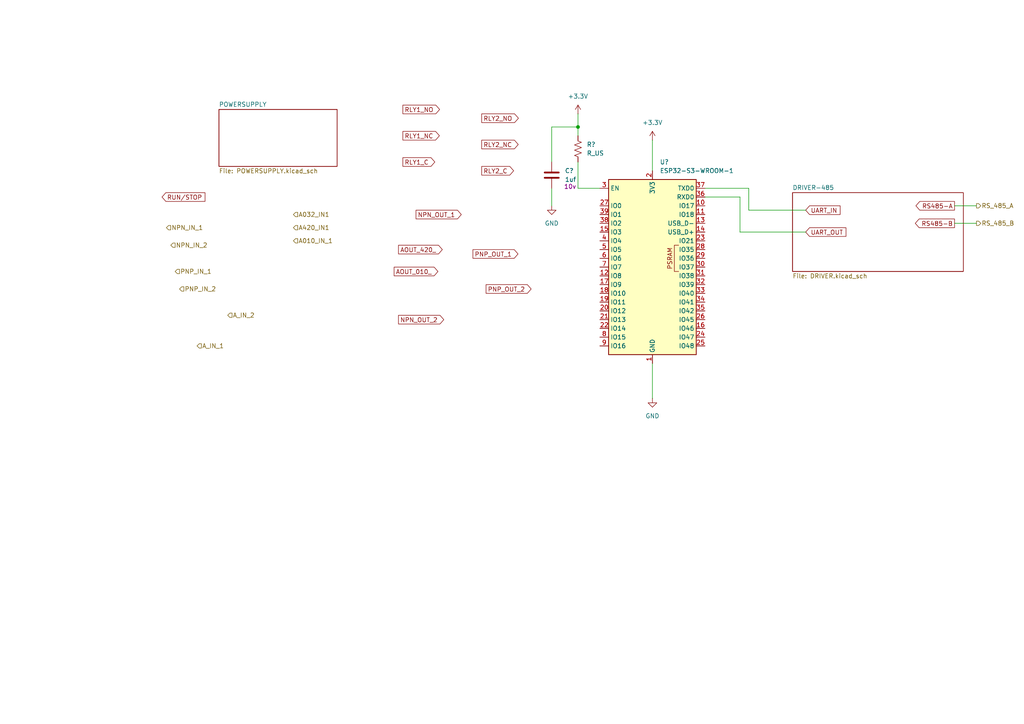
<source format=kicad_sch>
(kicad_sch
	(version 20250114)
	(generator "eeschema")
	(generator_version "9.0")
	(uuid "4eae4fba-61bc-42ae-a153-9457fa6ba7f1")
	(paper "A4")
	(lib_symbols
		(symbol "Device:C"
			(pin_numbers
				(hide yes)
			)
			(pin_names
				(offset 0.254)
			)
			(exclude_from_sim no)
			(in_bom yes)
			(on_board yes)
			(property "Reference" "C"
				(at 0.635 2.54 0)
				(effects
					(font
						(size 1.27 1.27)
					)
					(justify left)
				)
			)
			(property "Value" "C"
				(at 0.635 -2.54 0)
				(effects
					(font
						(size 1.27 1.27)
					)
					(justify left)
				)
			)
			(property "Footprint" ""
				(at 0.9652 -3.81 0)
				(effects
					(font
						(size 1.27 1.27)
					)
					(hide yes)
				)
			)
			(property "Datasheet" "~"
				(at 0 0 0)
				(effects
					(font
						(size 1.27 1.27)
					)
					(hide yes)
				)
			)
			(property "Description" "Unpolarized capacitor"
				(at 0 0 0)
				(effects
					(font
						(size 1.27 1.27)
					)
					(hide yes)
				)
			)
			(property "ki_keywords" "cap capacitor"
				(at 0 0 0)
				(effects
					(font
						(size 1.27 1.27)
					)
					(hide yes)
				)
			)
			(property "ki_fp_filters" "C_*"
				(at 0 0 0)
				(effects
					(font
						(size 1.27 1.27)
					)
					(hide yes)
				)
			)
			(symbol "C_0_1"
				(polyline
					(pts
						(xy -2.032 0.762) (xy 2.032 0.762)
					)
					(stroke
						(width 0.508)
						(type default)
					)
					(fill
						(type none)
					)
				)
				(polyline
					(pts
						(xy -2.032 -0.762) (xy 2.032 -0.762)
					)
					(stroke
						(width 0.508)
						(type default)
					)
					(fill
						(type none)
					)
				)
			)
			(symbol "C_1_1"
				(pin passive line
					(at 0 3.81 270)
					(length 2.794)
					(name "~"
						(effects
							(font
								(size 1.27 1.27)
							)
						)
					)
					(number "1"
						(effects
							(font
								(size 1.27 1.27)
							)
						)
					)
				)
				(pin passive line
					(at 0 -3.81 90)
					(length 2.794)
					(name "~"
						(effects
							(font
								(size 1.27 1.27)
							)
						)
					)
					(number "2"
						(effects
							(font
								(size 1.27 1.27)
							)
						)
					)
				)
			)
			(embedded_fonts no)
		)
		(symbol "Device:R_US"
			(pin_numbers
				(hide yes)
			)
			(pin_names
				(offset 0)
			)
			(exclude_from_sim no)
			(in_bom yes)
			(on_board yes)
			(property "Reference" "R"
				(at 2.54 0 90)
				(effects
					(font
						(size 1.27 1.27)
					)
				)
			)
			(property "Value" "R_US"
				(at -2.54 0 90)
				(effects
					(font
						(size 1.27 1.27)
					)
				)
			)
			(property "Footprint" ""
				(at 1.016 -0.254 90)
				(effects
					(font
						(size 1.27 1.27)
					)
					(hide yes)
				)
			)
			(property "Datasheet" "~"
				(at 0 0 0)
				(effects
					(font
						(size 1.27 1.27)
					)
					(hide yes)
				)
			)
			(property "Description" "Resistor, US symbol"
				(at 0 0 0)
				(effects
					(font
						(size 1.27 1.27)
					)
					(hide yes)
				)
			)
			(property "ki_keywords" "R res resistor"
				(at 0 0 0)
				(effects
					(font
						(size 1.27 1.27)
					)
					(hide yes)
				)
			)
			(property "ki_fp_filters" "R_*"
				(at 0 0 0)
				(effects
					(font
						(size 1.27 1.27)
					)
					(hide yes)
				)
			)
			(symbol "R_US_0_1"
				(polyline
					(pts
						(xy 0 2.286) (xy 0 2.54)
					)
					(stroke
						(width 0)
						(type default)
					)
					(fill
						(type none)
					)
				)
				(polyline
					(pts
						(xy 0 2.286) (xy 1.016 1.905) (xy 0 1.524) (xy -1.016 1.143) (xy 0 0.762)
					)
					(stroke
						(width 0)
						(type default)
					)
					(fill
						(type none)
					)
				)
				(polyline
					(pts
						(xy 0 0.762) (xy 1.016 0.381) (xy 0 0) (xy -1.016 -0.381) (xy 0 -0.762)
					)
					(stroke
						(width 0)
						(type default)
					)
					(fill
						(type none)
					)
				)
				(polyline
					(pts
						(xy 0 -0.762) (xy 1.016 -1.143) (xy 0 -1.524) (xy -1.016 -1.905) (xy 0 -2.286)
					)
					(stroke
						(width 0)
						(type default)
					)
					(fill
						(type none)
					)
				)
				(polyline
					(pts
						(xy 0 -2.286) (xy 0 -2.54)
					)
					(stroke
						(width 0)
						(type default)
					)
					(fill
						(type none)
					)
				)
			)
			(symbol "R_US_1_1"
				(pin passive line
					(at 0 3.81 270)
					(length 1.27)
					(name "~"
						(effects
							(font
								(size 1.27 1.27)
							)
						)
					)
					(number "1"
						(effects
							(font
								(size 1.27 1.27)
							)
						)
					)
				)
				(pin passive line
					(at 0 -3.81 90)
					(length 1.27)
					(name "~"
						(effects
							(font
								(size 1.27 1.27)
							)
						)
					)
					(number "2"
						(effects
							(font
								(size 1.27 1.27)
							)
						)
					)
				)
			)
			(embedded_fonts no)
		)
		(symbol "RF_Module:ESP32-S3-WROOM-1"
			(exclude_from_sim no)
			(in_bom yes)
			(on_board yes)
			(property "Reference" "U"
				(at -12.7 26.67 0)
				(effects
					(font
						(size 1.27 1.27)
					)
				)
			)
			(property "Value" "ESP32-S3-WROOM-1"
				(at 12.7 26.67 0)
				(effects
					(font
						(size 1.27 1.27)
					)
				)
			)
			(property "Footprint" "RF_Module:ESP32-S3-WROOM-1"
				(at 0 2.54 0)
				(effects
					(font
						(size 1.27 1.27)
					)
					(hide yes)
				)
			)
			(property "Datasheet" "https://www.espressif.com/sites/default/files/documentation/esp32-s3-wroom-1_wroom-1u_datasheet_en.pdf"
				(at 0 0 0)
				(effects
					(font
						(size 1.27 1.27)
					)
					(hide yes)
				)
			)
			(property "Description" "RF Module, ESP32-S3 SoC, Wi-Fi 802.11b/g/n, Bluetooth, BLE, 32-bit, 3.3V, onboard antenna, SMD"
				(at 0 0 0)
				(effects
					(font
						(size 1.27 1.27)
					)
					(hide yes)
				)
			)
			(property "ki_keywords" "RF Radio BT ESP ESP32-S3 Espressif onboard PCB antenna"
				(at 0 0 0)
				(effects
					(font
						(size 1.27 1.27)
					)
					(hide yes)
				)
			)
			(property "ki_fp_filters" "ESP32?S3?WROOM?1*"
				(at 0 0 0)
				(effects
					(font
						(size 1.27 1.27)
					)
					(hide yes)
				)
			)
			(symbol "ESP32-S3-WROOM-1_0_0"
				(rectangle
					(start -12.7 25.4)
					(end 12.7 -25.4)
					(stroke
						(width 0.254)
						(type default)
					)
					(fill
						(type background)
					)
				)
				(text "PSRAM"
					(at 5.08 2.54 900)
					(effects
						(font
							(size 1.27 1.27)
						)
					)
				)
			)
			(symbol "ESP32-S3-WROOM-1_0_1"
				(polyline
					(pts
						(xy 7.62 -1.27) (xy 6.35 -1.27) (xy 6.35 6.35) (xy 7.62 6.35)
					)
					(stroke
						(width 0)
						(type default)
					)
					(fill
						(type none)
					)
				)
			)
			(symbol "ESP32-S3-WROOM-1_1_1"
				(pin input line
					(at -15.24 22.86 0)
					(length 2.54)
					(name "EN"
						(effects
							(font
								(size 1.27 1.27)
							)
						)
					)
					(number "3"
						(effects
							(font
								(size 1.27 1.27)
							)
						)
					)
				)
				(pin bidirectional line
					(at -15.24 17.78 0)
					(length 2.54)
					(name "IO0"
						(effects
							(font
								(size 1.27 1.27)
							)
						)
					)
					(number "27"
						(effects
							(font
								(size 1.27 1.27)
							)
						)
					)
				)
				(pin bidirectional line
					(at -15.24 15.24 0)
					(length 2.54)
					(name "IO1"
						(effects
							(font
								(size 1.27 1.27)
							)
						)
					)
					(number "39"
						(effects
							(font
								(size 1.27 1.27)
							)
						)
					)
				)
				(pin bidirectional line
					(at -15.24 12.7 0)
					(length 2.54)
					(name "IO2"
						(effects
							(font
								(size 1.27 1.27)
							)
						)
					)
					(number "38"
						(effects
							(font
								(size 1.27 1.27)
							)
						)
					)
				)
				(pin bidirectional line
					(at -15.24 10.16 0)
					(length 2.54)
					(name "IO3"
						(effects
							(font
								(size 1.27 1.27)
							)
						)
					)
					(number "15"
						(effects
							(font
								(size 1.27 1.27)
							)
						)
					)
				)
				(pin bidirectional line
					(at -15.24 7.62 0)
					(length 2.54)
					(name "IO4"
						(effects
							(font
								(size 1.27 1.27)
							)
						)
					)
					(number "4"
						(effects
							(font
								(size 1.27 1.27)
							)
						)
					)
				)
				(pin bidirectional line
					(at -15.24 5.08 0)
					(length 2.54)
					(name "IO5"
						(effects
							(font
								(size 1.27 1.27)
							)
						)
					)
					(number "5"
						(effects
							(font
								(size 1.27 1.27)
							)
						)
					)
				)
				(pin bidirectional line
					(at -15.24 2.54 0)
					(length 2.54)
					(name "IO6"
						(effects
							(font
								(size 1.27 1.27)
							)
						)
					)
					(number "6"
						(effects
							(font
								(size 1.27 1.27)
							)
						)
					)
				)
				(pin bidirectional line
					(at -15.24 0 0)
					(length 2.54)
					(name "IO7"
						(effects
							(font
								(size 1.27 1.27)
							)
						)
					)
					(number "7"
						(effects
							(font
								(size 1.27 1.27)
							)
						)
					)
				)
				(pin bidirectional line
					(at -15.24 -2.54 0)
					(length 2.54)
					(name "IO8"
						(effects
							(font
								(size 1.27 1.27)
							)
						)
					)
					(number "12"
						(effects
							(font
								(size 1.27 1.27)
							)
						)
					)
				)
				(pin bidirectional line
					(at -15.24 -5.08 0)
					(length 2.54)
					(name "IO9"
						(effects
							(font
								(size 1.27 1.27)
							)
						)
					)
					(number "17"
						(effects
							(font
								(size 1.27 1.27)
							)
						)
					)
				)
				(pin bidirectional line
					(at -15.24 -7.62 0)
					(length 2.54)
					(name "IO10"
						(effects
							(font
								(size 1.27 1.27)
							)
						)
					)
					(number "18"
						(effects
							(font
								(size 1.27 1.27)
							)
						)
					)
				)
				(pin bidirectional line
					(at -15.24 -10.16 0)
					(length 2.54)
					(name "IO11"
						(effects
							(font
								(size 1.27 1.27)
							)
						)
					)
					(number "19"
						(effects
							(font
								(size 1.27 1.27)
							)
						)
					)
				)
				(pin bidirectional line
					(at -15.24 -12.7 0)
					(length 2.54)
					(name "IO12"
						(effects
							(font
								(size 1.27 1.27)
							)
						)
					)
					(number "20"
						(effects
							(font
								(size 1.27 1.27)
							)
						)
					)
				)
				(pin bidirectional line
					(at -15.24 -15.24 0)
					(length 2.54)
					(name "IO13"
						(effects
							(font
								(size 1.27 1.27)
							)
						)
					)
					(number "21"
						(effects
							(font
								(size 1.27 1.27)
							)
						)
					)
				)
				(pin bidirectional line
					(at -15.24 -17.78 0)
					(length 2.54)
					(name "IO14"
						(effects
							(font
								(size 1.27 1.27)
							)
						)
					)
					(number "22"
						(effects
							(font
								(size 1.27 1.27)
							)
						)
					)
				)
				(pin bidirectional line
					(at -15.24 -20.32 0)
					(length 2.54)
					(name "IO15"
						(effects
							(font
								(size 1.27 1.27)
							)
						)
					)
					(number "8"
						(effects
							(font
								(size 1.27 1.27)
							)
						)
					)
				)
				(pin bidirectional line
					(at -15.24 -22.86 0)
					(length 2.54)
					(name "IO16"
						(effects
							(font
								(size 1.27 1.27)
							)
						)
					)
					(number "9"
						(effects
							(font
								(size 1.27 1.27)
							)
						)
					)
				)
				(pin power_in line
					(at 0 27.94 270)
					(length 2.54)
					(name "3V3"
						(effects
							(font
								(size 1.27 1.27)
							)
						)
					)
					(number "2"
						(effects
							(font
								(size 1.27 1.27)
							)
						)
					)
				)
				(pin power_in line
					(at 0 -27.94 90)
					(length 2.54)
					(name "GND"
						(effects
							(font
								(size 1.27 1.27)
							)
						)
					)
					(number "1"
						(effects
							(font
								(size 1.27 1.27)
							)
						)
					)
				)
				(pin passive line
					(at 0 -27.94 90)
					(length 2.54)
					(hide yes)
					(name "GND"
						(effects
							(font
								(size 1.27 1.27)
							)
						)
					)
					(number "40"
						(effects
							(font
								(size 1.27 1.27)
							)
						)
					)
				)
				(pin passive line
					(at 0 -27.94 90)
					(length 2.54)
					(hide yes)
					(name "GND"
						(effects
							(font
								(size 1.27 1.27)
							)
						)
					)
					(number "41"
						(effects
							(font
								(size 1.27 1.27)
							)
						)
					)
				)
				(pin bidirectional line
					(at 15.24 22.86 180)
					(length 2.54)
					(name "TXD0"
						(effects
							(font
								(size 1.27 1.27)
							)
						)
					)
					(number "37"
						(effects
							(font
								(size 1.27 1.27)
							)
						)
					)
				)
				(pin bidirectional line
					(at 15.24 20.32 180)
					(length 2.54)
					(name "RXD0"
						(effects
							(font
								(size 1.27 1.27)
							)
						)
					)
					(number "36"
						(effects
							(font
								(size 1.27 1.27)
							)
						)
					)
				)
				(pin bidirectional line
					(at 15.24 17.78 180)
					(length 2.54)
					(name "IO17"
						(effects
							(font
								(size 1.27 1.27)
							)
						)
					)
					(number "10"
						(effects
							(font
								(size 1.27 1.27)
							)
						)
					)
				)
				(pin bidirectional line
					(at 15.24 15.24 180)
					(length 2.54)
					(name "IO18"
						(effects
							(font
								(size 1.27 1.27)
							)
						)
					)
					(number "11"
						(effects
							(font
								(size 1.27 1.27)
							)
						)
					)
				)
				(pin bidirectional line
					(at 15.24 12.7 180)
					(length 2.54)
					(name "USB_D-"
						(effects
							(font
								(size 1.27 1.27)
							)
						)
					)
					(number "13"
						(effects
							(font
								(size 1.27 1.27)
							)
						)
					)
					(alternate "IO19" bidirectional line)
				)
				(pin bidirectional line
					(at 15.24 10.16 180)
					(length 2.54)
					(name "USB_D+"
						(effects
							(font
								(size 1.27 1.27)
							)
						)
					)
					(number "14"
						(effects
							(font
								(size 1.27 1.27)
							)
						)
					)
					(alternate "IO20" bidirectional line)
				)
				(pin bidirectional line
					(at 15.24 7.62 180)
					(length 2.54)
					(name "IO21"
						(effects
							(font
								(size 1.27 1.27)
							)
						)
					)
					(number "23"
						(effects
							(font
								(size 1.27 1.27)
							)
						)
					)
				)
				(pin bidirectional line
					(at 15.24 5.08 180)
					(length 2.54)
					(name "IO35"
						(effects
							(font
								(size 1.27 1.27)
							)
						)
					)
					(number "28"
						(effects
							(font
								(size 1.27 1.27)
							)
						)
					)
				)
				(pin bidirectional line
					(at 15.24 2.54 180)
					(length 2.54)
					(name "IO36"
						(effects
							(font
								(size 1.27 1.27)
							)
						)
					)
					(number "29"
						(effects
							(font
								(size 1.27 1.27)
							)
						)
					)
				)
				(pin bidirectional line
					(at 15.24 0 180)
					(length 2.54)
					(name "IO37"
						(effects
							(font
								(size 1.27 1.27)
							)
						)
					)
					(number "30"
						(effects
							(font
								(size 1.27 1.27)
							)
						)
					)
				)
				(pin bidirectional line
					(at 15.24 -2.54 180)
					(length 2.54)
					(name "IO38"
						(effects
							(font
								(size 1.27 1.27)
							)
						)
					)
					(number "31"
						(effects
							(font
								(size 1.27 1.27)
							)
						)
					)
				)
				(pin bidirectional line
					(at 15.24 -5.08 180)
					(length 2.54)
					(name "IO39"
						(effects
							(font
								(size 1.27 1.27)
							)
						)
					)
					(number "32"
						(effects
							(font
								(size 1.27 1.27)
							)
						)
					)
				)
				(pin bidirectional line
					(at 15.24 -7.62 180)
					(length 2.54)
					(name "IO40"
						(effects
							(font
								(size 1.27 1.27)
							)
						)
					)
					(number "33"
						(effects
							(font
								(size 1.27 1.27)
							)
						)
					)
				)
				(pin bidirectional line
					(at 15.24 -10.16 180)
					(length 2.54)
					(name "IO41"
						(effects
							(font
								(size 1.27 1.27)
							)
						)
					)
					(number "34"
						(effects
							(font
								(size 1.27 1.27)
							)
						)
					)
				)
				(pin bidirectional line
					(at 15.24 -12.7 180)
					(length 2.54)
					(name "IO42"
						(effects
							(font
								(size 1.27 1.27)
							)
						)
					)
					(number "35"
						(effects
							(font
								(size 1.27 1.27)
							)
						)
					)
				)
				(pin bidirectional line
					(at 15.24 -15.24 180)
					(length 2.54)
					(name "IO45"
						(effects
							(font
								(size 1.27 1.27)
							)
						)
					)
					(number "26"
						(effects
							(font
								(size 1.27 1.27)
							)
						)
					)
				)
				(pin bidirectional line
					(at 15.24 -17.78 180)
					(length 2.54)
					(name "IO46"
						(effects
							(font
								(size 1.27 1.27)
							)
						)
					)
					(number "16"
						(effects
							(font
								(size 1.27 1.27)
							)
						)
					)
				)
				(pin bidirectional line
					(at 15.24 -20.32 180)
					(length 2.54)
					(name "IO47"
						(effects
							(font
								(size 1.27 1.27)
							)
						)
					)
					(number "24"
						(effects
							(font
								(size 1.27 1.27)
							)
						)
					)
				)
				(pin bidirectional line
					(at 15.24 -22.86 180)
					(length 2.54)
					(name "IO48"
						(effects
							(font
								(size 1.27 1.27)
							)
						)
					)
					(number "25"
						(effects
							(font
								(size 1.27 1.27)
							)
						)
					)
				)
			)
			(embedded_fonts no)
		)
		(symbol "power:+3.3V"
			(power)
			(pin_numbers
				(hide yes)
			)
			(pin_names
				(offset 0)
				(hide yes)
			)
			(exclude_from_sim no)
			(in_bom yes)
			(on_board yes)
			(property "Reference" "#PWR"
				(at 0 -3.81 0)
				(effects
					(font
						(size 1.27 1.27)
					)
					(hide yes)
				)
			)
			(property "Value" "+3.3V"
				(at 0 3.556 0)
				(effects
					(font
						(size 1.27 1.27)
					)
				)
			)
			(property "Footprint" ""
				(at 0 0 0)
				(effects
					(font
						(size 1.27 1.27)
					)
					(hide yes)
				)
			)
			(property "Datasheet" ""
				(at 0 0 0)
				(effects
					(font
						(size 1.27 1.27)
					)
					(hide yes)
				)
			)
			(property "Description" "Power symbol creates a global label with name \"+3.3V\""
				(at 0 0 0)
				(effects
					(font
						(size 1.27 1.27)
					)
					(hide yes)
				)
			)
			(property "ki_keywords" "global power"
				(at 0 0 0)
				(effects
					(font
						(size 1.27 1.27)
					)
					(hide yes)
				)
			)
			(symbol "+3.3V_0_1"
				(polyline
					(pts
						(xy -0.762 1.27) (xy 0 2.54)
					)
					(stroke
						(width 0)
						(type default)
					)
					(fill
						(type none)
					)
				)
				(polyline
					(pts
						(xy 0 2.54) (xy 0.762 1.27)
					)
					(stroke
						(width 0)
						(type default)
					)
					(fill
						(type none)
					)
				)
				(polyline
					(pts
						(xy 0 0) (xy 0 2.54)
					)
					(stroke
						(width 0)
						(type default)
					)
					(fill
						(type none)
					)
				)
			)
			(symbol "+3.3V_1_1"
				(pin power_in line
					(at 0 0 90)
					(length 0)
					(name "~"
						(effects
							(font
								(size 1.27 1.27)
							)
						)
					)
					(number "1"
						(effects
							(font
								(size 1.27 1.27)
							)
						)
					)
				)
			)
			(embedded_fonts no)
		)
		(symbol "power:GND"
			(power)
			(pin_numbers
				(hide yes)
			)
			(pin_names
				(offset 0)
				(hide yes)
			)
			(exclude_from_sim no)
			(in_bom yes)
			(on_board yes)
			(property "Reference" "#PWR"
				(at 0 -6.35 0)
				(effects
					(font
						(size 1.27 1.27)
					)
					(hide yes)
				)
			)
			(property "Value" "GND"
				(at 0 -3.81 0)
				(effects
					(font
						(size 1.27 1.27)
					)
				)
			)
			(property "Footprint" ""
				(at 0 0 0)
				(effects
					(font
						(size 1.27 1.27)
					)
					(hide yes)
				)
			)
			(property "Datasheet" ""
				(at 0 0 0)
				(effects
					(font
						(size 1.27 1.27)
					)
					(hide yes)
				)
			)
			(property "Description" "Power symbol creates a global label with name \"GND\" , ground"
				(at 0 0 0)
				(effects
					(font
						(size 1.27 1.27)
					)
					(hide yes)
				)
			)
			(property "ki_keywords" "global power"
				(at 0 0 0)
				(effects
					(font
						(size 1.27 1.27)
					)
					(hide yes)
				)
			)
			(symbol "GND_0_1"
				(polyline
					(pts
						(xy 0 0) (xy 0 -1.27) (xy 1.27 -1.27) (xy 0 -2.54) (xy -1.27 -1.27) (xy 0 -1.27)
					)
					(stroke
						(width 0)
						(type default)
					)
					(fill
						(type none)
					)
				)
			)
			(symbol "GND_1_1"
				(pin power_in line
					(at 0 0 270)
					(length 0)
					(name "~"
						(effects
							(font
								(size 1.27 1.27)
							)
						)
					)
					(number "1"
						(effects
							(font
								(size 1.27 1.27)
							)
						)
					)
				)
			)
			(embedded_fonts no)
		)
	)
	(junction
		(at 167.64 36.83)
		(diameter 0)
		(color 0 0 0 0)
		(uuid "b8273fd1-fb45-4b35-887e-23b59825adc9")
	)
	(wire
		(pts
			(xy 167.64 33.02) (xy 167.64 36.83)
		)
		(stroke
			(width 0)
			(type default)
		)
		(uuid "00cba093-377a-4f89-9dc7-9faf3e003336")
	)
	(wire
		(pts
			(xy 204.47 57.15) (xy 214.63 57.15)
		)
		(stroke
			(width 0)
			(type default)
		)
		(uuid "0938298a-6d9a-4fac-a5e7-26e2c3a2ff81")
	)
	(wire
		(pts
			(xy 167.64 54.61) (xy 173.99 54.61)
		)
		(stroke
			(width 0)
			(type default)
		)
		(uuid "229cb96b-880b-4724-9cc1-8477b440abac")
	)
	(wire
		(pts
			(xy 276.86 59.69) (xy 283.21 59.69)
		)
		(stroke
			(width 0)
			(type default)
		)
		(uuid "3685cae2-b910-4393-9a89-a562028ddd23")
	)
	(wire
		(pts
			(xy 214.63 57.15) (xy 214.63 67.31)
		)
		(stroke
			(width 0)
			(type default)
		)
		(uuid "36ec50ef-52b2-4acb-bd2f-c46c0a098e99")
	)
	(wire
		(pts
			(xy 160.02 36.83) (xy 167.64 36.83)
		)
		(stroke
			(width 0)
			(type default)
		)
		(uuid "4f718b0a-4e70-485c-a5a5-37f7a803d83f")
	)
	(wire
		(pts
			(xy 214.63 67.31) (xy 233.68 67.31)
		)
		(stroke
			(width 0)
			(type default)
		)
		(uuid "63b9fe8d-5d2e-4bd3-ae65-3177f416a22a")
	)
	(wire
		(pts
			(xy 217.17 60.96) (xy 233.68 60.96)
		)
		(stroke
			(width 0)
			(type default)
		)
		(uuid "68f5207e-8553-42a0-85e9-8e6ac5c191a5")
	)
	(wire
		(pts
			(xy 167.64 36.83) (xy 167.64 39.37)
		)
		(stroke
			(width 0)
			(type default)
		)
		(uuid "8e553a17-5ff1-4ff3-bd0a-b6c9617ee1d7")
	)
	(wire
		(pts
			(xy 160.02 46.99) (xy 160.02 36.83)
		)
		(stroke
			(width 0)
			(type default)
		)
		(uuid "924830aa-78c8-4651-b70f-f0165d62dcf3")
	)
	(wire
		(pts
			(xy 204.47 54.61) (xy 217.17 54.61)
		)
		(stroke
			(width 0)
			(type default)
		)
		(uuid "93ab13b7-a649-4e45-90f8-6965124e36f4")
	)
	(wire
		(pts
			(xy 167.64 46.99) (xy 167.64 54.61)
		)
		(stroke
			(width 0)
			(type default)
		)
		(uuid "a90c97ee-3238-4194-ba9a-65102ce9db14")
	)
	(wire
		(pts
			(xy 217.17 54.61) (xy 217.17 60.96)
		)
		(stroke
			(width 0)
			(type default)
		)
		(uuid "c5b4c1d0-aea5-4bde-92fe-6ed44ee1043d")
	)
	(wire
		(pts
			(xy 276.86 64.77) (xy 283.21 64.77)
		)
		(stroke
			(width 0)
			(type default)
		)
		(uuid "d620e2e9-4279-44aa-bebe-486b3e693d99")
	)
	(wire
		(pts
			(xy 160.02 54.61) (xy 160.02 59.69)
		)
		(stroke
			(width 0)
			(type default)
		)
		(uuid "e8bfad68-f411-4ac0-b38f-150cf72618ee")
	)
	(wire
		(pts
			(xy 189.23 40.64) (xy 189.23 49.53)
		)
		(stroke
			(width 0)
			(type default)
		)
		(uuid "f3abfe1a-014a-4f5b-82e4-5a421ebfb98c")
	)
	(wire
		(pts
			(xy 189.23 105.41) (xy 189.23 115.57)
		)
		(stroke
			(width 0)
			(type default)
		)
		(uuid "f476117a-ec3e-4eee-800d-61bf6a928fec")
	)
	(global_label "AOUT_010_"
		(shape output)
		(at 114.3 78.74 0)
		(fields_autoplaced yes)
		(effects
			(font
				(size 1.27 1.27)
			)
			(justify left)
		)
		(uuid "0477435f-0eec-4f9a-a0da-f85b61b40945")
		(property "Intersheetrefs" "${INTERSHEET_REFS}"
			(at 127.5661 78.74 0)
			(effects
				(font
					(size 1.27 1.27)
				)
				(justify left)
				(hide yes)
			)
		)
	)
	(global_label "AOUT_420_"
		(shape output)
		(at 115.57 72.39 0)
		(fields_autoplaced yes)
		(effects
			(font
				(size 1.27 1.27)
			)
			(justify left)
		)
		(uuid "1e5ad20f-99bd-4c8f-b096-e4c0c9ff98d7")
		(property "Intersheetrefs" "${INTERSHEET_REFS}"
			(at 128.8361 72.39 0)
			(effects
				(font
					(size 1.27 1.27)
				)
				(justify left)
				(hide yes)
			)
		)
	)
	(global_label "RS485-A"
		(shape output)
		(at 276.86 59.69 180)
		(fields_autoplaced yes)
		(effects
			(font
				(size 1.27 1.27)
			)
			(justify right)
		)
		(uuid "32045c8e-fd7e-44cc-b269-48ade705fe18")
		(property "Intersheetrefs" "${INTERSHEET_REFS}"
			(at 265.1058 59.69 0)
			(effects
				(font
					(size 1.27 1.27)
				)
				(justify right)
				(hide yes)
			)
		)
	)
	(global_label "RLY1_C"
		(shape output)
		(at 116.84 46.99 0)
		(fields_autoplaced yes)
		(effects
			(font
				(size 1.27 1.27)
			)
			(justify left)
		)
		(uuid "32608d0d-47d5-478c-89e1-3393b287ef2d")
		(property "Intersheetrefs" "${INTERSHEET_REFS}"
			(at 126.659 46.99 0)
			(effects
				(font
					(size 1.27 1.27)
				)
				(justify left)
				(hide yes)
			)
		)
	)
	(global_label "UART_IN"
		(shape input)
		(at 233.68 60.96 0)
		(fields_autoplaced yes)
		(effects
			(font
				(size 1.27 1.27)
			)
			(justify left)
		)
		(uuid "39a19009-73c0-41f8-91ac-fa3028807ecf")
		(property "Intersheetrefs" "${INTERSHEET_REFS}"
			(at 244.2248 60.96 0)
			(effects
				(font
					(size 1.27 1.27)
				)
				(justify left)
				(hide yes)
			)
		)
	)
	(global_label "NPN_OUT_2"
		(shape output)
		(at 115.57 92.71 0)
		(fields_autoplaced yes)
		(effects
			(font
				(size 1.27 1.27)
			)
			(justify left)
		)
		(uuid "4ac59d58-09e6-4cce-8c24-4f17dcce5b54")
		(property "Intersheetrefs" "${INTERSHEET_REFS}"
			(at 129.2595 92.71 0)
			(effects
				(font
					(size 1.27 1.27)
				)
				(justify left)
				(hide yes)
			)
		)
	)
	(global_label "RUN{slash}STOP"
		(shape input)
		(at 46.99 57.15 0)
		(fields_autoplaced yes)
		(effects
			(font
				(size 1.27 1.27)
			)
			(justify left)
		)
		(uuid "4f38d69e-3b31-4e6b-9e2b-f63026fa12ae")
		(property "Intersheetrefs" "${INTERSHEET_REFS}"
			(at 60.0143 57.15 0)
			(effects
				(font
					(size 1.27 1.27)
				)
				(justify left)
				(hide yes)
			)
		)
	)
	(global_label "RS485-B"
		(shape output)
		(at 276.86 64.77 180)
		(fields_autoplaced yes)
		(effects
			(font
				(size 1.27 1.27)
			)
			(justify right)
		)
		(uuid "5a17e1f6-30f3-4e2d-94df-92cd4a130915")
		(property "Intersheetrefs" "${INTERSHEET_REFS}"
			(at 264.9244 64.77 0)
			(effects
				(font
					(size 1.27 1.27)
				)
				(justify right)
				(hide yes)
			)
		)
	)
	(global_label "RLY1_NC"
		(shape output)
		(at 116.84 39.37 0)
		(fields_autoplaced yes)
		(effects
			(font
				(size 1.27 1.27)
			)
			(justify left)
		)
		(uuid "8523bd8c-d4c1-49c5-80f8-1f90bc055267")
		(property "Intersheetrefs" "${INTERSHEET_REFS}"
			(at 127.9895 39.37 0)
			(effects
				(font
					(size 1.27 1.27)
				)
				(justify left)
				(hide yes)
			)
		)
	)
	(global_label "RLY1_NO"
		(shape output)
		(at 116.84 31.75 0)
		(fields_autoplaced yes)
		(effects
			(font
				(size 1.27 1.27)
			)
			(justify left)
		)
		(uuid "870d8f7b-63b3-40da-9fa5-24b51a6cb468")
		(property "Intersheetrefs" "${INTERSHEET_REFS}"
			(at 128.05 31.75 0)
			(effects
				(font
					(size 1.27 1.27)
				)
				(justify left)
				(hide yes)
			)
		)
	)
	(global_label "PNP_OUT_1"
		(shape output)
		(at 137.16 73.66 0)
		(fields_autoplaced yes)
		(effects
			(font
				(size 1.27 1.27)
			)
			(justify left)
		)
		(uuid "89300d2a-7146-4534-89e1-63b974b5e547")
		(property "Intersheetrefs" "${INTERSHEET_REFS}"
			(at 150.789 73.66 0)
			(effects
				(font
					(size 1.27 1.27)
				)
				(justify left)
				(hide yes)
			)
		)
	)
	(global_label "UART_OUT"
		(shape input)
		(at 233.68 67.31 0)
		(fields_autoplaced yes)
		(effects
			(font
				(size 1.27 1.27)
			)
			(justify left)
		)
		(uuid "a9a812b0-bc3c-46b1-b102-4c7f87fcf1cd")
		(property "Intersheetrefs" "${INTERSHEET_REFS}"
			(at 245.9181 67.31 0)
			(effects
				(font
					(size 1.27 1.27)
				)
				(justify left)
				(hide yes)
			)
		)
	)
	(global_label "RLY2_C"
		(shape output)
		(at 139.7 49.53 0)
		(fields_autoplaced yes)
		(effects
			(font
				(size 1.27 1.27)
			)
			(justify left)
		)
		(uuid "c4af0c61-bbb7-4751-9c72-8d12205a41e0")
		(property "Intersheetrefs" "${INTERSHEET_REFS}"
			(at 149.519 49.53 0)
			(effects
				(font
					(size 1.27 1.27)
				)
				(justify left)
				(hide yes)
			)
		)
	)
	(global_label "NPN_OUT_1"
		(shape output)
		(at 120.65 62.23 0)
		(fields_autoplaced yes)
		(effects
			(font
				(size 1.27 1.27)
			)
			(justify left)
		)
		(uuid "c721b1a7-e3a6-43c6-92b9-0c820cfee337")
		(property "Intersheetrefs" "${INTERSHEET_REFS}"
			(at 134.3395 62.23 0)
			(effects
				(font
					(size 1.27 1.27)
				)
				(justify left)
				(hide yes)
			)
		)
	)
	(global_label "RLY2_NO"
		(shape output)
		(at 139.7 34.29 0)
		(fields_autoplaced yes)
		(effects
			(font
				(size 1.27 1.27)
			)
			(justify left)
		)
		(uuid "dc1157bc-2ebe-4234-a0e5-2a8016af691d")
		(property "Intersheetrefs" "${INTERSHEET_REFS}"
			(at 150.91 34.29 0)
			(effects
				(font
					(size 1.27 1.27)
				)
				(justify left)
				(hide yes)
			)
		)
	)
	(global_label "PNP_OUT_2"
		(shape output)
		(at 140.97 83.82 0)
		(fields_autoplaced yes)
		(effects
			(font
				(size 1.27 1.27)
			)
			(justify left)
		)
		(uuid "e1d53a80-dd28-4768-9657-180e9369ad28")
		(property "Intersheetrefs" "${INTERSHEET_REFS}"
			(at 154.599 83.82 0)
			(effects
				(font
					(size 1.27 1.27)
				)
				(justify left)
				(hide yes)
			)
		)
	)
	(global_label "RLY2_NC"
		(shape output)
		(at 139.7 41.91 0)
		(fields_autoplaced yes)
		(effects
			(font
				(size 1.27 1.27)
			)
			(justify left)
		)
		(uuid "ed4b0c64-8200-4ba9-b8c6-d9c8472610f1")
		(property "Intersheetrefs" "${INTERSHEET_REFS}"
			(at 150.8495 41.91 0)
			(effects
				(font
					(size 1.27 1.27)
				)
				(justify left)
				(hide yes)
			)
		)
	)
	(hierarchical_label "A_IN_2"
		(shape input)
		(at 66.04 91.44 0)
		(effects
			(font
				(size 1.27 1.27)
			)
			(justify left)
		)
		(uuid "4255224e-cd37-4342-a817-9fd23342e7a3")
	)
	(hierarchical_label "RS_485_B"
		(shape output)
		(at 283.21 64.77 0)
		(effects
			(font
				(size 1.27 1.27)
			)
			(justify left)
		)
		(uuid "46aed295-291d-4a30-8ea7-eae8a525cb5c")
	)
	(hierarchical_label "NPN_IN_2"
		(shape input)
		(at 49.53 71.12 0)
		(effects
			(font
				(size 1.27 1.27)
			)
			(justify left)
		)
		(uuid "4ca1bd10-8818-4f5a-a044-ff13104b3729")
	)
	(hierarchical_label "PNP_IN_2"
		(shape input)
		(at 52.07 83.82 0)
		(effects
			(font
				(size 1.27 1.27)
			)
			(justify left)
		)
		(uuid "706262a3-aed9-49e4-b6f8-c5eaccb40eac")
	)
	(hierarchical_label "A_IN_1"
		(shape input)
		(at 57.15 100.33 0)
		(effects
			(font
				(size 1.27 1.27)
			)
			(justify left)
		)
		(uuid "8333bb96-cd8d-45ea-91e1-5e42886fbaf1")
	)
	(hierarchical_label "A010_IN_1"
		(shape input)
		(at 85.09 69.85 0)
		(effects
			(font
				(size 1.27 1.27)
			)
			(justify left)
		)
		(uuid "a7fe14a5-30b0-492d-9de4-78201e792aae")
	)
	(hierarchical_label "NPN_IN_1"
		(shape input)
		(at 48.26 66.04 0)
		(effects
			(font
				(size 1.27 1.27)
			)
			(justify left)
		)
		(uuid "ade9faf8-92e8-4e24-9ab3-34de3da97d7e")
	)
	(hierarchical_label "PNP_IN_1"
		(shape input)
		(at 50.8 78.74 0)
		(effects
			(font
				(size 1.27 1.27)
			)
			(justify left)
		)
		(uuid "c02b3d82-69c4-4182-af1f-0e0da95d236a")
	)
	(hierarchical_label "A420_IN1"
		(shape input)
		(at 85.09 66.04 0)
		(effects
			(font
				(size 1.27 1.27)
			)
			(justify left)
		)
		(uuid "c033180b-2658-4d07-af52-ee77ef5f4eeb")
	)
	(hierarchical_label "RS_485_A"
		(shape output)
		(at 283.21 59.69 0)
		(effects
			(font
				(size 1.27 1.27)
			)
			(justify left)
		)
		(uuid "de483159-78c6-457b-a2ef-696cd7c073ba")
	)
	(hierarchical_label "A032_IN1"
		(shape input)
		(at 85.09 62.23 0)
		(effects
			(font
				(size 1.27 1.27)
			)
			(justify left)
		)
		(uuid "f298c085-1221-4608-b0f0-7918ee6b6856")
	)
	(symbol
		(lib_id "power:GND")
		(at 189.23 115.57 0)
		(unit 1)
		(exclude_from_sim no)
		(in_bom yes)
		(on_board yes)
		(dnp no)
		(fields_autoplaced yes)
		(uuid "43a41b66-be15-426d-a80a-49439a56daaf")
		(property "Reference" "#PWR?"
			(at 189.23 121.92 0)
			(effects
				(font
					(size 1.27 1.27)
				)
				(hide yes)
			)
		)
		(property "Value" "GND"
			(at 189.23 120.65 0)
			(effects
				(font
					(size 1.27 1.27)
				)
			)
		)
		(property "Footprint" ""
			(at 189.23 115.57 0)
			(effects
				(font
					(size 1.27 1.27)
				)
				(hide yes)
			)
		)
		(property "Datasheet" ""
			(at 189.23 115.57 0)
			(effects
				(font
					(size 1.27 1.27)
				)
				(hide yes)
			)
		)
		(property "Description" "Power symbol creates a global label with name \"GND\" , ground"
			(at 189.23 115.57 0)
			(effects
				(font
					(size 1.27 1.27)
				)
				(hide yes)
			)
		)
		(pin "1"
			(uuid "5c0249ee-e772-41b5-b8f6-50bb33029833")
		)
		(instances
			(project "NIVARA PROJECT"
				(path "/dc6fb271-dfd0-4448-98f1-862b1cc93a80/2ca62569-d560-4cca-9470-52fd378086ae"
					(reference "#PWR?")
					(unit 1)
				)
			)
		)
	)
	(symbol
		(lib_id "power:+3.3V")
		(at 189.23 40.64 0)
		(unit 1)
		(exclude_from_sim no)
		(in_bom yes)
		(on_board yes)
		(dnp no)
		(fields_autoplaced yes)
		(uuid "4c7f119d-97a7-498f-8834-97e15835820a")
		(property "Reference" "#PWR?"
			(at 189.23 44.45 0)
			(effects
				(font
					(size 1.27 1.27)
				)
				(hide yes)
			)
		)
		(property "Value" "+3.3V"
			(at 189.23 35.56 0)
			(effects
				(font
					(size 1.27 1.27)
				)
			)
		)
		(property "Footprint" ""
			(at 189.23 40.64 0)
			(effects
				(font
					(size 1.27 1.27)
				)
				(hide yes)
			)
		)
		(property "Datasheet" ""
			(at 189.23 40.64 0)
			(effects
				(font
					(size 1.27 1.27)
				)
				(hide yes)
			)
		)
		(property "Description" "Power symbol creates a global label with name \"+3.3V\""
			(at 189.23 40.64 0)
			(effects
				(font
					(size 1.27 1.27)
				)
				(hide yes)
			)
		)
		(pin "1"
			(uuid "e0a86121-4e62-482e-9d3d-6299641a5ee8")
		)
		(instances
			(project "NIVARA PROJECT"
				(path "/dc6fb271-dfd0-4448-98f1-862b1cc93a80/2ca62569-d560-4cca-9470-52fd378086ae"
					(reference "#PWR?")
					(unit 1)
				)
			)
		)
	)
	(symbol
		(lib_id "Device:C")
		(at 160.02 50.8 0)
		(unit 1)
		(exclude_from_sim no)
		(in_bom yes)
		(on_board yes)
		(dnp no)
		(uuid "8c3b2b8d-2e26-4e08-a5d2-c74caeaa4681")
		(property "Reference" "C?"
			(at 163.83 49.5299 0)
			(effects
				(font
					(size 1.27 1.27)
				)
				(justify left)
			)
		)
		(property "Value" "1uf"
			(at 163.83 52.0699 0)
			(effects
				(font
					(size 1.27 1.27)
				)
				(justify left)
			)
		)
		(property "Footprint" ""
			(at 160.9852 54.61 0)
			(effects
				(font
					(size 1.27 1.27)
				)
				(hide yes)
			)
		)
		(property "Datasheet" "~"
			(at 160.02 50.8 0)
			(effects
				(font
					(size 1.27 1.27)
				)
				(hide yes)
			)
		)
		(property "Description" "Unpolarized capacitor"
			(at 160.02 50.8 0)
			(effects
				(font
					(size 1.27 1.27)
				)
				(hide yes)
			)
		)
		(property "vol" "10v"
			(at 165.354 54.102 0)
			(effects
				(font
					(size 1.27 1.27)
				)
			)
		)
		(pin "2"
			(uuid "b201e467-3faa-40c6-8193-6c16e66416b5")
		)
		(pin "1"
			(uuid "82bbfd1c-4f49-4ae6-b017-f8a48535e70b")
		)
		(instances
			(project "NIVARA PROJECT"
				(path "/dc6fb271-dfd0-4448-98f1-862b1cc93a80/2ca62569-d560-4cca-9470-52fd378086ae"
					(reference "C?")
					(unit 1)
				)
			)
		)
	)
	(symbol
		(lib_id "Device:R_US")
		(at 167.64 43.18 0)
		(unit 1)
		(exclude_from_sim no)
		(in_bom yes)
		(on_board yes)
		(dnp no)
		(fields_autoplaced yes)
		(uuid "b4be5991-908b-486f-8025-9e5e498b1905")
		(property "Reference" "R?"
			(at 170.18 41.9099 0)
			(effects
				(font
					(size 1.27 1.27)
				)
				(justify left)
			)
		)
		(property "Value" "R_US"
			(at 170.18 44.4499 0)
			(effects
				(font
					(size 1.27 1.27)
				)
				(justify left)
			)
		)
		(property "Footprint" ""
			(at 168.656 43.434 90)
			(effects
				(font
					(size 1.27 1.27)
				)
				(hide yes)
			)
		)
		(property "Datasheet" "~"
			(at 167.64 43.18 0)
			(effects
				(font
					(size 1.27 1.27)
				)
				(hide yes)
			)
		)
		(property "Description" "Resistor, US symbol"
			(at 167.64 43.18 0)
			(effects
				(font
					(size 1.27 1.27)
				)
				(hide yes)
			)
		)
		(pin "2"
			(uuid "c9d17e76-ad0c-456b-af7c-19629d836de5")
		)
		(pin "1"
			(uuid "cc4e9f80-429b-4ea5-a784-641ef2f92552")
		)
		(instances
			(project "NIVARA PROJECT"
				(path "/dc6fb271-dfd0-4448-98f1-862b1cc93a80/2ca62569-d560-4cca-9470-52fd378086ae"
					(reference "R?")
					(unit 1)
				)
			)
		)
	)
	(symbol
		(lib_id "power:GND")
		(at 160.02 59.69 0)
		(unit 1)
		(exclude_from_sim no)
		(in_bom yes)
		(on_board yes)
		(dnp no)
		(fields_autoplaced yes)
		(uuid "c24aa759-e524-4d4f-877b-06a610a4cc25")
		(property "Reference" "#PWR?"
			(at 160.02 66.04 0)
			(effects
				(font
					(size 1.27 1.27)
				)
				(hide yes)
			)
		)
		(property "Value" "GND"
			(at 160.02 64.77 0)
			(effects
				(font
					(size 1.27 1.27)
				)
			)
		)
		(property "Footprint" ""
			(at 160.02 59.69 0)
			(effects
				(font
					(size 1.27 1.27)
				)
				(hide yes)
			)
		)
		(property "Datasheet" ""
			(at 160.02 59.69 0)
			(effects
				(font
					(size 1.27 1.27)
				)
				(hide yes)
			)
		)
		(property "Description" "Power symbol creates a global label with name \"GND\" , ground"
			(at 160.02 59.69 0)
			(effects
				(font
					(size 1.27 1.27)
				)
				(hide yes)
			)
		)
		(pin "1"
			(uuid "56b51ec5-5623-4461-93b5-2ffbdedff320")
		)
		(instances
			(project "NIVARA PROJECT"
				(path "/dc6fb271-dfd0-4448-98f1-862b1cc93a80/2ca62569-d560-4cca-9470-52fd378086ae"
					(reference "#PWR?")
					(unit 1)
				)
			)
		)
	)
	(symbol
		(lib_id "power:+3.3V")
		(at 167.64 33.02 0)
		(unit 1)
		(exclude_from_sim no)
		(in_bom yes)
		(on_board yes)
		(dnp no)
		(fields_autoplaced yes)
		(uuid "e388b6ee-ef40-492e-b2d5-ccc52d249127")
		(property "Reference" "#PWR?"
			(at 167.64 36.83 0)
			(effects
				(font
					(size 1.27 1.27)
				)
				(hide yes)
			)
		)
		(property "Value" "+3.3V"
			(at 167.64 27.94 0)
			(effects
				(font
					(size 1.27 1.27)
				)
			)
		)
		(property "Footprint" ""
			(at 167.64 33.02 0)
			(effects
				(font
					(size 1.27 1.27)
				)
				(hide yes)
			)
		)
		(property "Datasheet" ""
			(at 167.64 33.02 0)
			(effects
				(font
					(size 1.27 1.27)
				)
				(hide yes)
			)
		)
		(property "Description" "Power symbol creates a global label with name \"+3.3V\""
			(at 167.64 33.02 0)
			(effects
				(font
					(size 1.27 1.27)
				)
				(hide yes)
			)
		)
		(pin "1"
			(uuid "3637c5b8-f0fc-4bb1-9c89-ab03546d6c1f")
		)
		(instances
			(project "NIVARA PROJECT"
				(path "/dc6fb271-dfd0-4448-98f1-862b1cc93a80/2ca62569-d560-4cca-9470-52fd378086ae"
					(reference "#PWR?")
					(unit 1)
				)
			)
		)
	)
	(symbol
		(lib_id "RF_Module:ESP32-S3-WROOM-1")
		(at 189.23 77.47 0)
		(unit 1)
		(exclude_from_sim no)
		(in_bom yes)
		(on_board yes)
		(dnp no)
		(fields_autoplaced yes)
		(uuid "e3aabc98-97b8-487d-8a8e-6085e3abb392")
		(property "Reference" "U?"
			(at 191.3733 46.99 0)
			(effects
				(font
					(size 1.27 1.27)
				)
				(justify left)
			)
		)
		(property "Value" "ESP32-S3-WROOM-1"
			(at 191.3733 49.53 0)
			(effects
				(font
					(size 1.27 1.27)
				)
				(justify left)
			)
		)
		(property "Footprint" "RF_Module:ESP32-S3-WROOM-1"
			(at 189.23 74.93 0)
			(effects
				(font
					(size 1.27 1.27)
				)
				(hide yes)
			)
		)
		(property "Datasheet" "https://www.espressif.com/sites/default/files/documentation/esp32-s3-wroom-1_wroom-1u_datasheet_en.pdf"
			(at 189.23 77.47 0)
			(effects
				(font
					(size 1.27 1.27)
				)
				(hide yes)
			)
		)
		(property "Description" "RF Module, ESP32-S3 SoC, Wi-Fi 802.11b/g/n, Bluetooth, BLE, 32-bit, 3.3V, onboard antenna, SMD"
			(at 189.23 77.47 0)
			(effects
				(font
					(size 1.27 1.27)
				)
				(hide yes)
			)
		)
		(pin "27"
			(uuid "b619b8e3-8e36-402c-8b62-3b60e19aca4c")
		)
		(pin "15"
			(uuid "3bb9a3a0-ba0f-4b51-a193-97fa39d7624b")
		)
		(pin "18"
			(uuid "96230059-c1e9-42b0-aba4-0cbc8f439fa0")
		)
		(pin "22"
			(uuid "d3355c8c-89e6-4125-981a-7780c5db0374")
		)
		(pin "8"
			(uuid "2bf5773d-bc15-4b2b-a833-127469f5c574")
		)
		(pin "9"
			(uuid "57d3ac68-b591-4e39-8458-16bf5720d997")
		)
		(pin "12"
			(uuid "518d4511-b463-4596-a189-a9e0927c641a")
		)
		(pin "4"
			(uuid "6adf8ea0-84ca-42c0-a61e-4be5eed9c740")
		)
		(pin "6"
			(uuid "b25d1f41-f01d-4924-99d6-d78ea1acc17c")
		)
		(pin "21"
			(uuid "95a7532c-ada6-46d5-b677-309b43ab29e7")
		)
		(pin "3"
			(uuid "200f6559-a9b3-4c41-a6cd-bdded11bdceb")
		)
		(pin "38"
			(uuid "b45209e7-4ed5-49e0-bbd1-254f18c06409")
		)
		(pin "39"
			(uuid "0aad155c-30f8-4051-a9b5-2d1a62baa080")
		)
		(pin "5"
			(uuid "25f95b8e-a2a7-48c3-a462-ee85942c237e")
		)
		(pin "7"
			(uuid "bab89fef-c637-4b15-a827-92bacd05a895")
		)
		(pin "17"
			(uuid "c2184d93-96ed-4546-8700-83cd47e83185")
		)
		(pin "20"
			(uuid "4aab099e-47ea-42e8-9df2-49313a14eebe")
		)
		(pin "19"
			(uuid "9efc3fa4-8477-4f3d-ba3e-9245ea8b6e2f")
		)
		(pin "14"
			(uuid "37a1a34b-f5d6-4318-a332-54694c5fe9b1")
		)
		(pin "31"
			(uuid "d7a20239-a03a-45f2-bc76-8a2426e4345c")
		)
		(pin "35"
			(uuid "50f6ab0f-5c1e-4777-bcb8-c7eb3e8d7c6e")
		)
		(pin "41"
			(uuid "e485c6a9-083b-415f-a6b5-e9751641e092")
		)
		(pin "26"
			(uuid "04e2a16f-bd3d-486b-8c41-e6560ba80583")
		)
		(pin "37"
			(uuid "e6ddc371-a11a-46ee-b9dd-b49aa6903b04")
		)
		(pin "30"
			(uuid "1b62289e-f61c-4c79-8428-c31f243a6093")
		)
		(pin "32"
			(uuid "0eb323fc-29eb-42c2-8df6-004a5eebdd07")
		)
		(pin "34"
			(uuid "cafc5967-8a7e-437b-a511-83e3f0b2fbae")
		)
		(pin "16"
			(uuid "6feba2ba-3014-41d2-962d-2a109e24ec1d")
		)
		(pin "1"
			(uuid "dc64d00d-dc8a-43bd-8fce-d4718e078620")
		)
		(pin "2"
			(uuid "87d9b961-a27d-4804-9646-42e40fda43fc")
		)
		(pin "33"
			(uuid "d2e443f6-e00f-4918-bed5-61a0b9c0100b")
		)
		(pin "29"
			(uuid "0dabf8bf-664f-4600-8731-b3c566a7351d")
		)
		(pin "28"
			(uuid "1cbba5a4-7d16-41e4-9880-35eaca259d55")
		)
		(pin "11"
			(uuid "8ba6d20c-f489-4ebf-8269-50aaf552417a")
		)
		(pin "13"
			(uuid "868afc6c-c237-44ea-972b-0684518b8236")
		)
		(pin "40"
			(uuid "3471b4b4-c8ae-4aac-96fd-f47ca570e205")
		)
		(pin "23"
			(uuid "78d85801-9005-4297-a997-4e53b25c1074")
		)
		(pin "25"
			(uuid "fd309621-331e-4170-b3dd-9cb1ce7550db")
		)
		(pin "36"
			(uuid "867e23e1-27e7-4534-8b52-a5dae21e4976")
		)
		(pin "24"
			(uuid "80e0f6ea-c5b3-408c-aa93-e0c1bf03b82d")
		)
		(pin "10"
			(uuid "3e010560-a4d4-4a95-b725-f42347198f06")
		)
		(instances
			(project "NIVARA PROJECT"
				(path "/dc6fb271-dfd0-4448-98f1-862b1cc93a80/2ca62569-d560-4cca-9470-52fd378086ae"
					(reference "U?")
					(unit 1)
				)
			)
		)
	)
	(sheet
		(at 63.5 31.75)
		(size 34.29 16.51)
		(exclude_from_sim no)
		(in_bom yes)
		(on_board yes)
		(dnp no)
		(fields_autoplaced yes)
		(stroke
			(width 0.1524)
			(type solid)
		)
		(fill
			(color 0 0 0 0.0000)
		)
		(uuid "6de07e31-93f4-495f-9bfb-004ea628e6c0")
		(property "Sheetname" "POWERSUPPLY"
			(at 63.5 31.0384 0)
			(effects
				(font
					(size 1.27 1.27)
				)
				(justify left bottom)
			)
		)
		(property "Sheetfile" "POWERSUPPLY.kicad_sch"
			(at 63.5 48.8446 0)
			(effects
				(font
					(size 1.27 1.27)
				)
				(justify left top)
			)
		)
		(instances
			(project "NIVARA PROJECT"
				(path "/dc6fb271-dfd0-4448-98f1-862b1cc93a80/2ca62569-d560-4cca-9470-52fd378086ae"
					(page "4")
				)
			)
		)
	)
	(sheet
		(at 229.87 55.88)
		(size 49.53 22.86)
		(exclude_from_sim no)
		(in_bom yes)
		(on_board yes)
		(dnp no)
		(fields_autoplaced yes)
		(stroke
			(width 0.1524)
			(type solid)
		)
		(fill
			(color 0 0 0 0.0000)
		)
		(uuid "ce707804-ba57-4306-981f-c51fb195c146")
		(property "Sheetname" "DRIVER-485"
			(at 229.87 55.1684 0)
			(effects
				(font
					(size 1.27 1.27)
				)
				(justify left bottom)
			)
		)
		(property "Sheetfile" "DRIVER.kicad_sch"
			(at 229.87 79.3246 0)
			(effects
				(font
					(size 1.27 1.27)
				)
				(justify left top)
			)
		)
		(instances
			(project "NIVARA PROJECT"
				(path "/dc6fb271-dfd0-4448-98f1-862b1cc93a80/2ca62569-d560-4cca-9470-52fd378086ae"
					(page "2")
				)
			)
		)
	)
)

</source>
